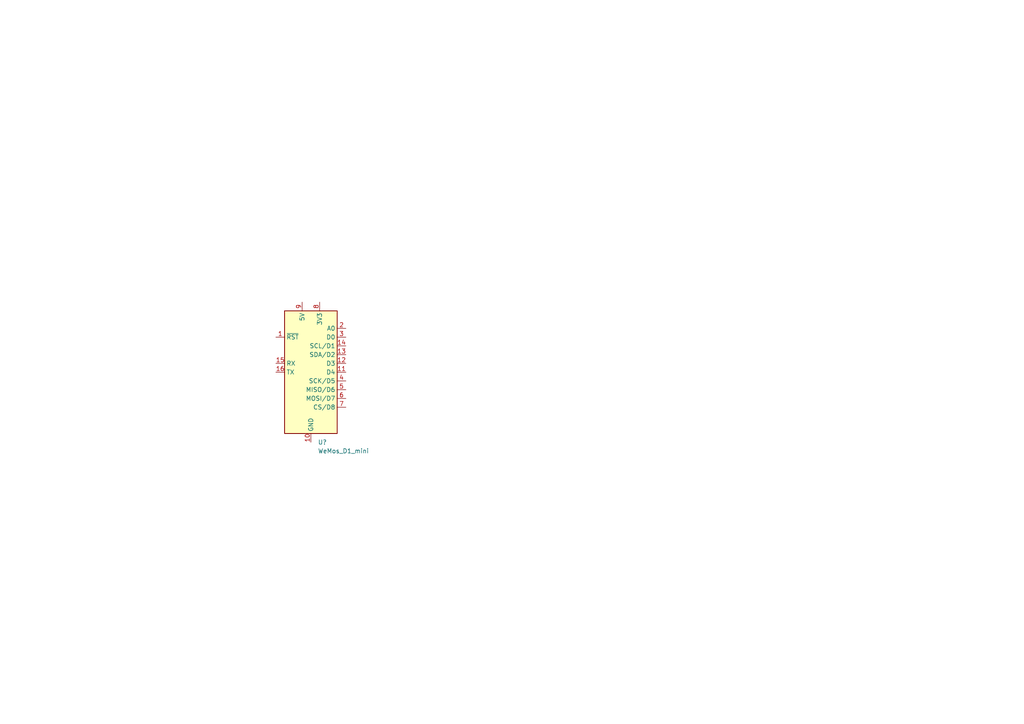
<source format=kicad_sch>
(kicad_sch (version 20211123) (generator eeschema)
  (paper "A4")
  (lib_symbols
    (symbol "MCU_Module:WeMos_D1_mini"
      (property "Reference" "U" (at 3.81 19.05 0))
      (property "Value" "WeMos_D1_mini" (at 1.27 -19.05 0))
      (symbol "WeMos_D1_mini_1_1"
        (rectangle (start -7.62 17.78) (end 7.62 -17.78) (stroke (width 0.254)) (fill (type background)))
        (pin input line (at -10.16 10.16 0) (length 2.54) (name "~{RST}") (number "1"))
        (pin power_in line (at 0 -20.32 90) (length 2.54) (name "GND") (number "10"))
        (pin bidirectional line (at 10.16 0 180) (length 2.54) (name "D4") (number "11"))
        (pin bidirectional line (at 10.16 2.54 180) (length 2.54) (name "D3") (number "12"))
        (pin bidirectional line (at 10.16 5.08 180) (length 2.54) (name "SDA/D2") (number "13"))
        (pin bidirectional line (at 10.16 7.62 180) (length 2.54) (name "SCL/D1") (number "14"))
        (pin input line (at -10.16 2.54 0) (length 2.54) (name "RX") (number "15"))
        (pin output line (at -10.16 0 0) (length 2.54) (name "TX") (number "16"))
        (pin input line (at 10.16 12.7 180) (length 2.54) (name "A0") (number "2"))
        (pin bidirectional line (at 10.16 10.16 180) (length 2.54) (name "D0") (number "3"))
        (pin bidirectional line (at 10.16 -2.54 180) (length 2.54) (name "SCK/D5") (number "4"))
        (pin bidirectional line (at 10.16 -5.08 180) (length 2.54) (name "MISO/D6") (number "5"))
        (pin bidirectional line (at 10.16 -7.62 180) (length 2.54) (name "MOSI/D7") (number "6"))
        (pin bidirectional line (at 10.16 -10.16 180) (length 2.54) (name "CS/D8") (number "7"))
        (pin power_out line (at 2.54 20.32 270) (length 2.54) (name "3V3") (number "8"))
        (pin power_in line (at -2.54 20.32 270) (length 2.54) (name "5V") (number "9"))
      )
    )
  )
  (symbol (lib_id "MCU_Module:WeMos_D1_mini") (at 90.17 107.95 0) (unit 1)
    (property "Reference" "U?" (at 92.1894 128.27 0) (effects (justify left)))
    (property "Value" "WeMos_D1_mini" (at 92.1894 130.81 0) (effects (justify left)))
    (property "Footprint" "Module:WEMOS_D1_mini_light" (effects hide))
    (property "Datasheet" "https://wiki.wemos.cc/products:d1:d1_mini#documentation" (effects hide))
  )
)
</source>
